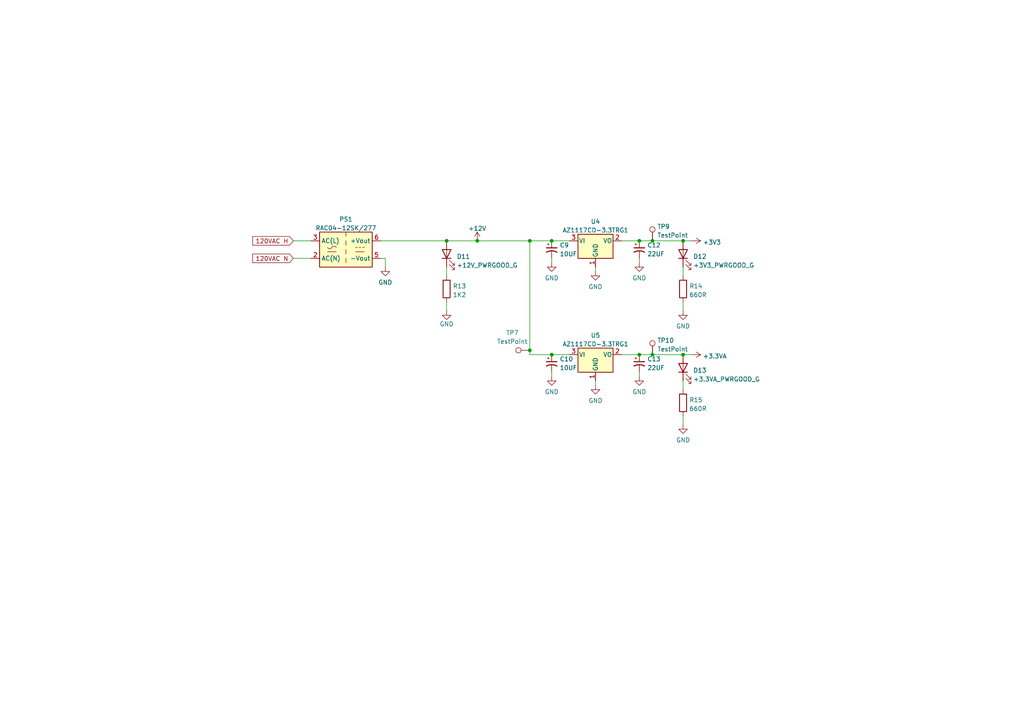
<source format=kicad_sch>
(kicad_sch (version 20211123) (generator eeschema)
  (paper "A4")
  (title_block (title "REFLOW OVEN RETOROFIT BORAD POWER SUPLY") (date "2022-12-25") (rev "B"))
  (lib_symbols
    (symbol "Connector:TestPoint" (pin_numbers hide) (pin_names (offset 0.762) hide)
      (property "Reference" "TP" (at 0 6.858 0))
      (property "Value" "TestPoint" (at 0 5.08 0))
      (symbol "TestPoint_0_1"
        (circle (center 0 3.302) (radius 0.762))
      )
      (symbol "TestPoint_1_1"
        (pin passive line (at 0 0 90) (length 2.54) (name "1") (number "1"))
      )
    )
    (symbol "Converter_ACDC:RAC04-12SGA"
      (property "Reference" "PS?" (at 0 8.7798 0))
      (property "Value" "RAC04-12SGA" (at 0 6.2429 0))
      (symbol "RAC04-12SGA_1_1"
        (rectangle (start -7.62 5.08) (end 7.62 -5.08) (stroke (width 0.254)) (fill (type background)))
        (arc (start -5.334 0.635) (mid -4.699 0.2495) (end -4.064 0.635))
        (arc (start -2.794 0.635) (mid -3.429 1.0072) (end -4.064 0.635))
        (polyline (pts (xy -5.334 -0.635) (xy -2.794 -0.635)))
        (polyline (pts (xy 0 -2.54) (xy 0 -3.81)))
        (polyline (pts (xy 0 0) (xy 0 -1.27)))
        (polyline (pts (xy 0 2.54) (xy 0 1.27)))
        (polyline (pts (xy 0 5.08) (xy 0 3.81)))
        (polyline (pts (xy 2.794 -0.635) (xy 5.334 -0.635)))
        (polyline (pts (xy 2.794 0.635) (xy 3.302 0.635)))
        (polyline (pts (xy 3.81 0.635) (xy 4.318 0.635)))
        (polyline (pts (xy 4.826 0.635) (xy 5.334 0.635)))
        (pin no_connect line (at 7.62 0 180) (length 2.54) hide (name "NC") (number "1"))
        (pin power_in line (at -10.16 -2.54 0) (length 2.54) (name "AC(N)") (number "2"))
        (pin power_in line (at -10.16 2.54 0) (length 2.54) (name "AC(L)") (number "3"))
        (pin no_connect line (at 7.62 -5.08 180) (length 2.54) hide (name "NC") (number "4"))
        (pin power_out line (at 10.16 -2.54 180) (length 2.54) (name "-Vout") (number "5"))
        (pin power_out line (at 10.16 2.54 180) (length 2.54) (name "+Vout") (number "6"))
      )
    )
    (symbol "Device:C_Polarized_Small_US" (pin_numbers hide) (pin_names (offset 0.254) hide)
      (property "Reference" "C" (at 0.254 1.778 0))
      (property "Value" "C_Polarized_Small_US" (at 0.254 -2.032 0))
      (symbol "C_Polarized_Small_US_0_1"
        (polyline (pts (xy -1.524 0.508) (xy 1.524 0.508)) (stroke (width 0.3048)))
        (polyline (pts (xy -1.27 1.524) (xy -0.762 1.524)))
        (polyline (pts (xy -1.016 1.27) (xy -1.016 1.778)))
        (arc (start 1.524 -0.762) (mid 0 -0.3734) (end -1.524 -0.762) (stroke (width 0.3048)))
      )
      (symbol "C_Polarized_Small_US_1_1"
        (pin passive line (at 0 2.54 270) (length 2.032) (name "~") (number "1"))
        (pin passive line (at 0 -2.54 90) (length 2.032) (name "~") (number "2"))
      )
    )
    (symbol "Device:LED" (pin_numbers hide) (pin_names (offset 1.016) hide)
      (property "Reference" "D" (at 0 2.54 0))
      (property "Value" "LED" (at 0 -2.54 0))
      (symbol "LED_0_1"
        (polyline (pts (xy -1.27 -1.27) (xy -1.27 1.27)) (stroke (width 0.254)))
        (polyline (pts (xy -1.27 0) (xy 1.27 0)))
        (polyline (pts (xy 1.27 -1.27) (xy 1.27 1.27) (xy -1.27 0) (xy 1.27 -1.27)) (stroke (width 0.254)))
        (polyline (pts (xy -3.048 -0.762) (xy -4.572 -2.286) (xy -3.81 -2.286) (xy -4.572 -2.286) (xy -4.572 -1.524)))
        (polyline (pts (xy -1.778 -0.762) (xy -3.302 -2.286) (xy -2.54 -2.286) (xy -3.302 -2.286) (xy -3.302 -1.524)))
      )
      (symbol "LED_1_1"
        (pin passive line (at -3.81 0 0) (length 2.54) (name "K") (number "1"))
        (pin passive line (at 3.81 0 180) (length 2.54) (name "A") (number "2"))
      )
    )
    (symbol "Device:R" (pin_numbers hide) (pin_names (offset 0))
      (property "Reference" "R" (at 2.032 0 90))
      (property "Value" "R" (at 0 0 90))
      (symbol "R_0_1"
        (rectangle (start -1.016 -2.54) (end 1.016 2.54) (stroke (width 0.254)))
      )
      (symbol "R_1_1"
        (pin passive line (at 0 3.81 270) (length 1.27) (name "~") (number "1"))
        (pin passive line (at 0 -3.81 90) (length 1.27) (name "~") (number "2"))
      )
    )
    (symbol "Regulator_Linear:AMS1117CD-3.3" (pin_names (offset 0.254))
      (property "Reference" "U" (at -3.81 3.175 0))
      (property "Value" "AMS1117CD-3.3" (at 0 3.175 0))
      (symbol "AMS1117CD-3.3_0_1"
        (rectangle (start -5.08 -5.08) (end 5.08 1.905) (stroke (width 0.254)) (fill (type background)))
      )
      (symbol "AMS1117CD-3.3_1_1"
        (pin power_in line (at 0 -7.62 90) (length 2.54) (name "GND") (number "1"))
        (pin power_out line (at 7.62 0 180) (length 2.54) (name "VO") (number "2"))
        (pin power_in line (at -7.62 0 0) (length 2.54) (name "VI") (number "3"))
      )
    )
    (symbol "power:+12V" (power) (pin_names (offset 0))
      (property "Value" "+12V" (at 0 3.556 0))
      (symbol "+12V_0_1"
        (polyline (pts (xy -0.762 1.27) (xy 0 2.54)))
        (polyline (pts (xy 0 0) (xy 0 2.54)))
        (polyline (pts (xy 0 2.54) (xy 0.762 1.27)))
      )
      (symbol "+12V_1_1"
        (pin power_in line (at 0 0 90) (length 0) hide (name "+12V") (number "1"))
      )
    )
    (symbol "power:+3.3VA" (power) (pin_names (offset 0))
      (property "Value" "+3.3VA" (at 0 3.556 0))
      (symbol "+3.3VA_0_1"
        (polyline (pts (xy -0.762 1.27) (xy 0 2.54)))
        (polyline (pts (xy 0 0) (xy 0 2.54)))
        (polyline (pts (xy 0 2.54) (xy 0.762 1.27)))
      )
      (symbol "+3.3VA_1_1"
        (pin power_in line (at 0 0 90) (length 0) hide (name "+3.3VA") (number "1"))
      )
    )
    (symbol "power:+3V3" (power) (pin_names (offset 0))
      (property "Value" "+3V3" (at 0 3.556 0))
      (symbol "+3V3_0_1"
        (polyline (pts (xy -0.762 1.27) (xy 0 2.54)))
        (polyline (pts (xy 0 0) (xy 0 2.54)))
        (polyline (pts (xy 0 2.54) (xy 0.762 1.27)))
      )
      (symbol "+3V3_1_1"
        (pin power_in line (at 0 0 90) (length 0) hide (name "+3V3") (number "1"))
      )
    )
    (symbol "power:GND" (power) (pin_names (offset 0))
      (property "Value" "GND" (at 0 -3.81 0))
      (symbol "GND_0_1"
        (polyline (pts (xy 0 0) (xy 0 -1.27) (xy 1.27 -1.27) (xy 0 -2.54) (xy -1.27 -1.27) (xy 0 -1.27)))
      )
      (symbol "GND_1_1"
        (pin power_in line (at 0 0 270) (length 0) hide (name "GND") (number "1"))
      )
    )
  )
  (junction (at 189.23 69.85))
  (junction (at 189.23 102.87))
  (junction (at 198.12 69.85))
  (junction (at 185.42 102.87))
  (junction (at 160.02 69.85))
  (junction (at 153.67 101.6))
  (junction (at 160.02 102.87))
  (junction (at 198.12 102.87))
  (junction (at 138.43 69.85))
  (junction (at 153.67 69.85))
  (junction (at 185.42 69.85))
  (junction (at 129.54 69.85))
  (wire (pts (xy 165.1 69.85) (xy 160.02 69.85)))
  (wire (pts (xy 198.12 120.65) (xy 198.12 123.19)))
  (wire (pts (xy 160.02 107.95) (xy 160.02 109.22)))
  (wire (pts (xy 129.54 69.85) (xy 138.43 69.85)))
  (wire (pts (xy 165.1 102.87) (xy 160.02 102.87)))
  (wire (pts (xy 153.67 69.85) (xy 153.67 101.6)))
  (wire (pts (xy 138.43 69.85) (xy 153.67 69.85)))
  (wire (pts (xy 185.42 74.93) (xy 185.42 76.2)))
  (wire (pts (xy 198.12 87.63) (xy 198.12 90.17)))
  (wire (pts (xy 198.12 102.87) (xy 200.66 102.87)))
  (wire (pts (xy 160.02 74.93) (xy 160.02 76.2)))
  (wire (pts (xy 85.09 69.85) (xy 90.17 69.85)))
  (wire (pts (xy 198.12 69.85) (xy 200.66 69.85)))
  (wire (pts (xy 185.42 107.95) (xy 185.42 109.22)))
  (wire (pts (xy 172.72 77.47) (xy 172.72 78.74)))
  (wire (pts (xy 198.12 110.49) (xy 198.12 113.03)))
  (wire (pts (xy 111.76 74.93) (xy 111.76 77.47)))
  (wire (pts (xy 185.42 69.85) (xy 189.23 69.85)))
  (wire (pts (xy 172.72 110.49) (xy 172.72 111.76)))
  (wire (pts (xy 129.54 87.63) (xy 129.54 90.17)))
  (wire (pts (xy 110.49 74.93) (xy 111.76 74.93)))
  (wire (pts (xy 160.02 69.85) (xy 153.67 69.85)))
  (wire (pts (xy 153.67 101.6) (xy 153.67 102.87)))
  (wire (pts (xy 85.09 74.93) (xy 90.17 74.93)))
  (wire (pts (xy 185.42 102.87) (xy 189.23 102.87)))
  (wire (pts (xy 189.23 69.85) (xy 198.12 69.85)))
  (wire (pts (xy 129.54 77.47) (xy 129.54 80.01)))
  (wire (pts (xy 180.34 69.85) (xy 185.42 69.85)))
  (wire (pts (xy 110.49 69.85) (xy 129.54 69.85)))
  (wire (pts (xy 180.34 102.87) (xy 185.42 102.87)))
  (wire (pts (xy 198.12 77.47) (xy 198.12 80.01)))
  (wire (pts (xy 189.23 102.87) (xy 198.12 102.87)))
  (wire (pts (xy 160.02 102.87) (xy 153.67 102.87)))
  (global_label "120VAC N" (shape input) (at 85.09 74.93 180) (property "Intersheet References" "${INTERSHEET_REFS}" (effects hide)))
  (global_label "120VAC H" (shape input) (at 85.09 69.85 180) (property "Intersheet References" "${INTERSHEET_REFS}" (effects hide)))
  (symbol (lib_id "Connector:TestPoint") (at 189.23 102.87 0) (unit 1)
    (property "Reference" "TP10" (at 190.627 98.7333 0) (effects (justify left)))
    (property "Value" "TestPoint" (at 190.627 101.2702 0) (effects (justify left)))
    (property "Footprint" "TestPoint:TestPoint_Pad_D2.0mm" (effects hide))
  )
  (symbol (lib_id "Connector:TestPoint") (at 153.67 101.6 90) (unit 1)
    (property "Reference" "TP7" (at 148.59 96.52 90))
    (property "Value" "TestPoint" (at 148.59 99.06 90))
    (property "Footprint" "TestPoint:TestPoint_Pad_D2.0mm" (effects hide))
  )
  (symbol (lib_id "Device:R") (at 198.12 83.82 0) (unit 1)
    (property "Reference" "R14" (at 199.898 82.9853 0) (effects (justify left)))
    (property "Value" "660R" (at 199.898 85.5222 0) (effects (justify left)))
    (property "Footprint" "Resistor_SMD:R_0603_1608Metric" (effects hide))
  )
  (symbol (lib_id "Device:LED") (at 129.54 73.66 90) (unit 1)
    (property "Reference" "D11" (at 132.461 74.4128 90) (effects (justify right)))
    (property "Value" "+12V_PWRGOOD_G" (at 132.461 76.9497 90) (effects (justify right)))
    (property "Footprint" "Diode_SMD:D_0603_1608Metric" (effects hide))
  )
  (symbol (lib_id "Device:R") (at 198.12 116.84 0) (unit 1)
    (property "Reference" "R15" (at 199.898 116.0053 0) (effects (justify left)))
    (property "Value" "660R" (at 199.898 118.5422 0) (effects (justify left)))
    (property "Footprint" "Resistor_SMD:R_0603_1608Metric" (effects hide))
  )
  (symbol (lib_id "power:GND") (at 185.42 76.2 0) (unit 1)
    (property "Reference" "#PWR030" (effects hide))
    (property "Value" "GND" (at 185.42 80.6434 0))
  )
  (symbol (lib_id "power:GND") (at 198.12 123.19 0) (unit 1)
    (property "Reference" "#PWR034" (effects hide))
    (property "Value" "GND" (at 198.12 127.6334 0))
  )
  (symbol (lib_id "Device:C_Polarized_Small_US") (at 185.42 105.41 0) (unit 1)
    (property "Reference" "C13" (at 187.7314 104.1435 0) (effects (justify left)))
    (property "Value" "22UF" (at 187.7314 106.6804 0) (effects (justify left)))
    (property "Footprint" "Capacitor_SMD:C_0603_1608Metric" (effects hide))
  )
  (symbol (lib_id "power:GND") (at 172.72 111.76 0) (unit 1)
    (property "Reference" "#PWR028" (effects hide))
    (property "Value" "GND" (at 172.72 116.2034 0))
  )
  (symbol (lib_id "Regulator_Linear:AMS1117CD-3.3") (at 172.72 102.87 0) (unit 1)
    (property "Reference" "U5" (at 172.72 97.2652 0))
    (property "Value" "AZ1117CD-3.3TRG1" (at 172.72 99.8021 0))
    (property "Footprint" "Package_TO_SOT_SMD:TO-252-3_TabPin2" (effects hide))
    (property "Datasheet" "http://www.advanced-monolithic.com/pdf/ds1117.pdf" (effects hide))
  )
  (symbol (lib_id "power:+12V") (at 138.43 69.85 0) (unit 1)
    (property "Reference" "#PWR035" (effects hide))
    (property "Value" "+12V" (at 138.43 66.2742 0))
  )
  (symbol (lib_id "power:GND") (at 198.12 90.17 0) (unit 1)
    (property "Reference" "#PWR033" (effects hide))
    (property "Value" "GND" (at 198.12 94.6134 0))
  )
  (symbol (lib_id "power:GND") (at 172.72 78.74 0) (unit 1)
    (property "Reference" "#PWR027" (effects hide))
    (property "Value" "GND" (at 172.72 83.1834 0))
  )
  (symbol (lib_id "Converter_ACDC:RAC04-12SGA") (at 100.33 72.39 0) (unit 1)
    (property "Reference" "PS1" (at 100.33 63.6102 0))
    (property "Value" "RAC04-12SK/277" (at 100.33 66.1471 0))
    (property "Footprint" "EXTRA:CONV_RAC04-12SK_277" (effects hide))
    (property "Datasheet" "https://www.recom-power.com/pdf/Powerline-AC-DC/RAC04-GA.pdf" (effects hide))
  )
  (symbol (lib_id "power:GND") (at 160.02 109.22 0) (unit 1)
    (property "Reference" "#PWR025" (effects hide))
    (property "Value" "GND" (at 160.02 113.6634 0))
  )
  (symbol (lib_id "Connector:TestPoint") (at 189.23 69.85 0) (unit 1)
    (property "Reference" "TP9" (at 190.627 65.7133 0) (effects (justify left)))
    (property "Value" "TestPoint" (at 190.627 68.2502 0) (effects (justify left)))
    (property "Footprint" "TestPoint:TestPoint_Pad_D2.0mm" (effects hide))
  )
  (symbol (lib_id "Device:C_Polarized_Small_US") (at 185.42 72.39 0) (unit 1)
    (property "Reference" "C12" (at 187.7314 71.1235 0) (effects (justify left)))
    (property "Value" "22UF" (at 187.7314 73.6604 0) (effects (justify left)))
    (property "Footprint" "Capacitor_SMD:C_0603_1608Metric" (effects hide))
  )
  (symbol (lib_id "Device:C_Polarized_Small_US") (at 160.02 72.39 0) (unit 1)
    (property "Reference" "C9" (at 162.3314 71.1235 0) (effects (justify left)))
    (property "Value" "10UF" (at 162.3314 73.6604 0) (effects (justify left)))
    (property "Footprint" "Capacitor_SMD:C_0603_1608Metric" (effects hide))
  )
  (symbol (lib_id "Device:LED") (at 198.12 106.68 90) (unit 1)
    (property "Reference" "D13" (at 201.041 107.4328 90) (effects (justify right)))
    (property "Value" "+3.3VA_PWRGOOD_G" (at 201.041 109.9697 90) (effects (justify right)))
    (property "Footprint" "Diode_SMD:D_0603_1608Metric" (effects hide))
  )
  (symbol (lib_id "power:GND") (at 129.54 90.17 0) (unit 1)
    (property "Reference" "#PWR032" (effects hide))
    (property "Value" "GND" (at 129.54 93.98 0))
  )
  (symbol (lib_id "power:+3V3") (at 200.66 69.85 270) (unit 1)
    (property "Reference" "#PWR036" (effects hide))
    (property "Value" "+3V3" (at 203.835 70.2838 90) (effects (justify left)))
  )
  (symbol (lib_id "power:GND") (at 185.42 109.22 0) (unit 1)
    (property "Reference" "#PWR031" (effects hide))
    (property "Value" "GND" (at 185.42 113.6634 0))
  )
  (symbol (lib_id "Device:C_Polarized_Small_US") (at 160.02 105.41 0) (unit 1)
    (property "Reference" "C10" (at 162.3314 104.1435 0) (effects (justify left)))
    (property "Value" "10UF" (at 162.3314 106.6804 0) (effects (justify left)))
    (property "Footprint" "Capacitor_SMD:C_0603_1608Metric" (effects hide))
  )
  (symbol (lib_id "Device:LED") (at 198.12 73.66 90) (unit 1)
    (property "Reference" "D12" (at 201.041 74.4128 90) (effects (justify right)))
    (property "Value" "+3V3_PWRGOOD_G" (at 201.041 76.9497 90) (effects (justify right)))
    (property "Footprint" "Diode_SMD:D_0603_1608Metric" (effects hide))
  )
  (symbol (lib_id "Regulator_Linear:AMS1117CD-3.3") (at 172.72 69.85 0) (unit 1)
    (property "Reference" "U4" (at 172.72 64.2452 0))
    (property "Value" "AZ1117CD-3.3TRG1" (at 172.72 66.7821 0))
    (property "Footprint" "Package_TO_SOT_SMD:TO-252-3_TabPin2" (effects hide))
    (property "Datasheet" "http://www.advanced-monolithic.com/pdf/ds1117.pdf" (effects hide))
  )
  (symbol (lib_id "power:+3.3VA") (at 200.66 102.87 270) (unit 1)
    (property "Reference" "#PWR037" (effects hide))
    (property "Value" "+3.3VA" (at 203.835 103.3038 90) (effects (justify left)))
  )
  (symbol (lib_id "power:GND") (at 111.76 77.47 0) (unit 1)
    (property "Reference" "#PWR019" (effects hide))
    (property "Value" "GND" (at 111.76 81.9134 0))
  )
  (symbol (lib_id "Device:R") (at 129.54 83.82 0) (unit 1)
    (property "Reference" "R13" (at 131.318 82.9853 0) (effects (justify left)))
    (property "Value" "1K2" (at 131.318 85.5222 0) (effects (justify left)))
    (property "Footprint" "Resistor_SMD:R_0603_1608Metric" (effects hide))
  )
  (symbol (lib_id "power:GND") (at 160.02 76.2 0) (unit 1)
    (property "Reference" "#PWR024" (effects hide))
    (property "Value" "GND" (at 160.02 80.6434 0))
  )
)
</source>
